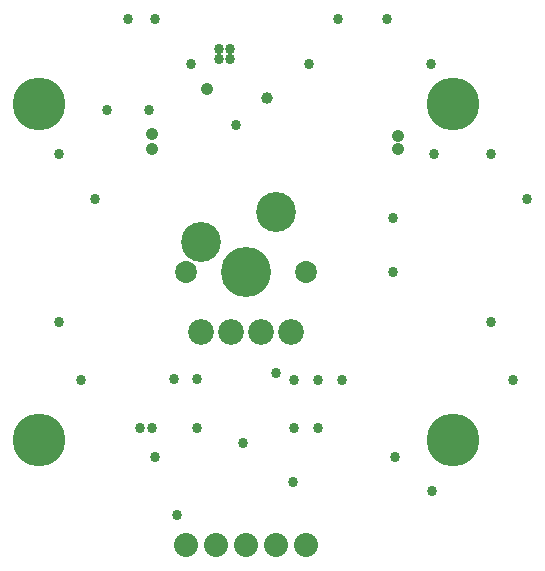
<source format=gbs>
G75*
%MOIN*%
%OFA0B0*%
%FSLAX25Y25*%
%IPPOS*%
%LPD*%
%AMOC8*
5,1,8,0,0,1.08239X$1,22.5*
%
%ADD10C,0.16700*%
%ADD11C,0.07320*%
%ADD12C,0.08600*%
%ADD13C,0.13300*%
%ADD14C,0.08000*%
%ADD15C,0.03969*%
%ADD16C,0.03378*%
%ADD17C,0.17600*%
%ADD18C,0.04165*%
D10*
X0103300Y0103300D03*
D11*
X0123300Y0103300D03*
X0083300Y0103300D03*
D12*
X0088300Y0083300D03*
X0098300Y0083300D03*
X0108300Y0083300D03*
X0118300Y0083300D03*
D13*
X0088300Y0113300D03*
X0113300Y0123300D03*
D14*
X0113300Y0012300D03*
X0103300Y0012300D03*
X0093300Y0012300D03*
X0083300Y0012300D03*
X0123300Y0012300D03*
D15*
X0110300Y0161300D03*
D16*
X0099800Y0152300D03*
X0084800Y0172800D03*
X0094300Y0174300D03*
X0094300Y0177800D03*
X0097800Y0177800D03*
X0097800Y0174300D03*
X0072800Y0187800D03*
X0063800Y0187800D03*
X0056800Y0157300D03*
X0070800Y0157300D03*
X0040800Y0142800D03*
X0052800Y0127800D03*
X0040800Y0086800D03*
X0048300Y0067300D03*
X0067800Y0051300D03*
X0071800Y0051300D03*
X0072800Y0041800D03*
X0086800Y0051300D03*
X0102300Y0046300D03*
X0119300Y0051300D03*
X0127300Y0051300D03*
X0127300Y0067300D03*
X0119300Y0067300D03*
X0113300Y0069800D03*
X0135300Y0067300D03*
X0152800Y0041800D03*
X0165300Y0030300D03*
X0192300Y0067300D03*
X0184800Y0086800D03*
X0152300Y0103300D03*
X0152300Y0121300D03*
X0165800Y0142800D03*
X0184800Y0142800D03*
X0196800Y0127800D03*
X0164800Y0172800D03*
X0150300Y0187800D03*
X0133800Y0187800D03*
X0124300Y0172800D03*
X0086800Y0067800D03*
X0079300Y0067800D03*
X0118800Y0033300D03*
X0080300Y0022300D03*
D17*
X0034300Y0047300D03*
X0034300Y0159300D03*
X0172300Y0159300D03*
X0172300Y0047300D03*
D18*
X0153800Y0144300D03*
X0153800Y0148800D03*
X0090300Y0164300D03*
X0071800Y0149300D03*
X0071800Y0144300D03*
M02*

</source>
